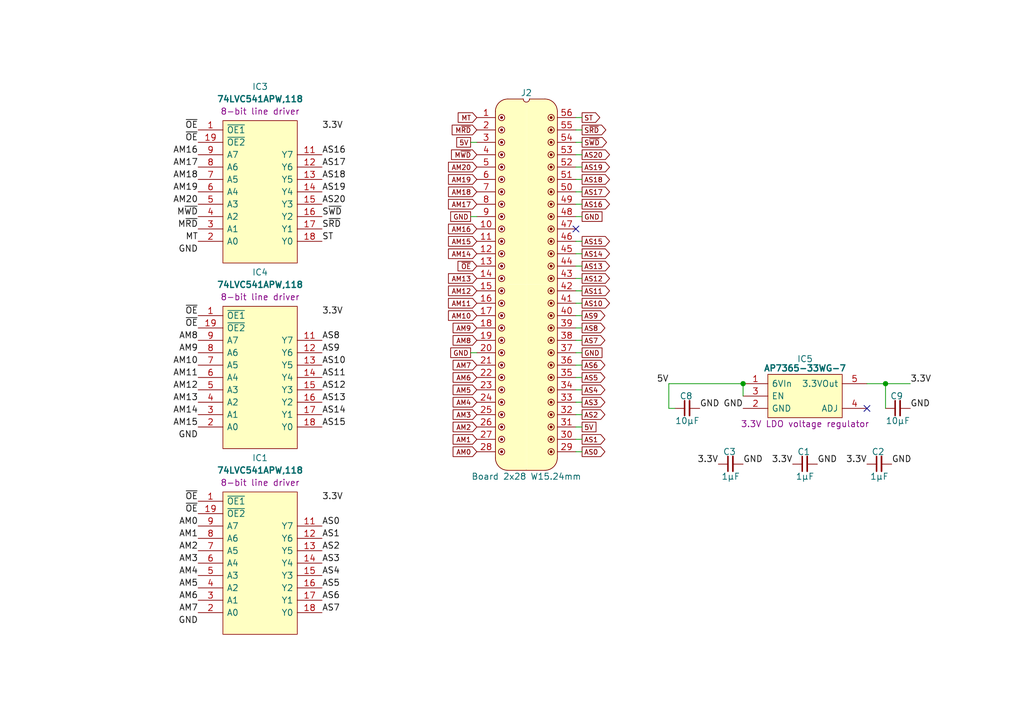
<source format=kicad_sch>
(kicad_sch (version 20250114) (generator "eeschema") (generator_version "9.0")
  (paper "A5")
  (title_block (title "Address Buffer 24bit") (date "2024-02-01") (rev "V0"))
  (lib_symbols
    (symbol "Diodes_Inc:AP7365-33WG-7" (pin_names (offset 0.762))
      (property "Reference" "IC" (at 12.7 5.08 0))
      (property "Value" "AP7365-33WG-7" (at 12.7 3.175 0))
      (property "Description" "3.3V LDO voltage regulator" (at 12.7 -8.255 0))
      (symbol "AP7365-33WG-7_0_0"
        (pin input line (at 0 -2.54 0) (length 5.08) (name "EN") (number "3"))
        (pin passive line (at 0 -5.08 0) (length 5.08) (name "GND") (number "2"))
        (pin passive line (at 25.4 -5.08 180) (length 5.08) (name "ADJ") (number "4"))
      )
      (symbol "AP7365-33WG-7_0_1"
        (polyline (pts (xy 5.08 1.905) (xy 20.32 1.905) (xy 20.32 -6.985) (xy 5.08 -6.985) (xy 5.08 1.905)) (fill (type background)))
      )
      (symbol "AP7365-33WG-7_1_0"
        (pin passive line (at 0 0 0) (length 5.08) (name "6VIn") (number "1"))
        (pin passive line (at 25.4 0 180) (length 5.08) (name "3.3VOut") (number "5"))
      )
    )
    (symbol "HCP65:Board_02x28_W15.24mm" (pin_names (offset 1.016) (hide yes))
      (property "Reference" "J" (at 0 5.08 0))
      (property "Value" "Board 2x28 W15.24mm" (at 0 -73.66 0))
      (symbol "Board_02x28_W15.24mm_0_1"
        (polyline (pts (xy -6.35 1.27) (xy -6.35 -69.85)))
        (arc (start -3.8102 -72.3898) (mid -5.6063 -71.6459) (end -6.3502 -69.8498))
        (arc (start -6.35 1.27) (mid -5.6061 3.0661) (end -3.81 3.81))
        (polyline (pts (xy -3.81 3.81) (xy -0.635 3.81)))
        (arc (start 0.635 3.81) (mid 0 3.175) (end -0.635 3.81))
        (polyline (pts (xy 0.635 3.81) (xy 3.81 3.81)))
        (polyline (pts (xy 3.8098 -72.3898) (xy -3.81 -72.39)))
        (arc (start 3.81 3.81) (mid 5.6061 3.0661) (end 6.35 1.27))
        (arc (start 6.3498 -69.8498) (mid 5.6059 -71.6459) (end 3.8098 -72.3898))
        (polyline (pts (xy 6.35 -69.85) (xy 6.35 1.27)))
      )
      (symbol "Board_02x28_W15.24mm_1_1"
        (polyline (pts (xy -6.35 1.27) (xy -6.096 2.286) (xy -5.588 3.048) (xy -4.826 3.556) (xy -4.064 3.81) (xy -0.762 3.81) (xy -0.508 3.302) (xy 0 3.048) (xy 0 -34.29) (xy -6.35 -34.29) (xy -6.35 1.27)) (stroke (width -0.0001)) (fill (type background)))
        (polyline (pts (xy -6.35 -34.29) (xy 0 -34.29) (xy 0 -72.39) (xy -3.81 -72.39) (xy -4.826 -72.136) (xy -5.588 -71.628) (xy -6.096 -70.866) (xy -6.35 -69.85) (xy -6.35 -29.21)) (stroke (width -0.0001)) (fill (type background)))
        (circle (center -5.08 0) (radius 0.0001) (stroke (width 0.3)))
        (circle (center -5.08 0) (radius 0.635) (fill (type color) (color 255 255 255 1)))
        (circle (center -5.08 -2.54) (radius 0.0001) (stroke (width 0.3)))
        (circle (center -5.08 -2.54) (radius 0.635) (fill (type color) (color 255 255 255 1)))
        (circle (center -5.08 -5.08) (radius 0.0001) (stroke (width 0.3)))
        (circle (center -5.08 -5.08) (radius 0.635) (fill (type color) (color 255 255 255 1)))
        (circle (center -5.08 -7.62) (radius 0.0001) (stroke (width 0.3)))
        (circle (center -5.08 -7.62) (radius 0.635) (fill (type color) (color 255 255 255 1)))
        (circle (center -5.08 -10.16) (radius 0.0001) (stroke (width 0.3)))
        (circle (center -5.08 -10.16) (radius 0.635) (fill (type color) (color 255 255 255 1)))
        (circle (center -5.08 -12.7) (radius 0.0001) (stroke (width 0.3)))
        (circle (center -5.08 -12.7) (radius 0.635) (fill (type color) (color 255 255 255 1)))
        (circle (center -5.08 -15.24) (radius 0.0001) (stroke (width 0.3)))
        (circle (center -5.08 -15.24) (radius 0.635) (fill (type color) (color 255 255 255 1)))
        (circle (center -5.08 -17.78) (radius 0.0001) (stroke (width 0.3)))
        (circle (center -5.08 -17.78) (radius 0.635) (fill (type color) (color 255 255 255 1)))
        (circle (center -5.08 -20.32) (radius 0.0001) (stroke (width 0.3)))
        (circle (center -5.08 -20.32) (radius 0.635) (fill (type color) (color 255 255 255 1)))
        (circle (center -5.08 -22.86) (radius 0.0001) (stroke (width 0.3)))
        (circle (center -5.08 -22.86) (radius 0.635) (fill (type color) (color 255 255 255 1)))
        (circle (center -5.08 -25.4) (radius 0.0001) (stroke (width 0.3)))
        (circle (center -5.08 -25.4) (radius 0.635) (fill (type color) (color 255 255 255 1)))
        (circle (center -5.08 -27.94) (radius 0.0001) (stroke (width 0.3)))
        (circle (center -5.08 -27.94) (radius 0.635) (fill (type color) (color 255 255 255 1)))
        (circle (center -5.08 -30.48) (radius 0.0001) (stroke (width 0.3)))
        (circle (center -5.08 -30.48) (radius 0.635) (fill (type color) (color 255 255 255 1)))
        (circle (center -5.08 -33.02) (radius 0.0001) (stroke (width 0.3)))
        (circle (center -5.08 -33.02) (radius 0.635) (fill (type color) (color 255 255 255 1)))
        (circle (center -5.08 -35.56) (radius 0.0001) (stroke (width 0.3)))
        (circle (center -5.08 -35.56) (radius 0.635) (fill (type color) (color 255 255 255 1)))
        (circle (center -5.08 -38.1) (radius 0.0001) (stroke (width 0.3)))
        (circle (center -5.08 -38.1) (radius 0.635) (fill (type color) (color 255 255 255 1)))
        (circle (center -5.08 -40.64) (radius 0.0001) (stroke (width 0.3)))
        (circle (center -5.08 -40.64) (radius 0.635) (fill (type color) (color 255 255 255 1)))
        (circle (center -5.08 -43.18) (radius 0.0001) (stroke (width 0.3)))
        (circle (center -5.08 -43.18) (radius 0.635) (fill (type color) (color 255 255 255 1)))
        (circle (center -5.08 -45.72) (radius 0.0001) (stroke (width 0.3)))
        (circle (center -5.08 -45.72) (radius 0.635) (fill (type color) (color 255 255 255 1)))
        (circle (center -5.08 -48.26) (radius 0.0001) (stroke (width 0.3)))
        (circle (center -5.08 -48.26) (radius 0.635) (fill (type color) (color 255 255 255 1)))
        (circle (center -5.08 -50.8) (radius 0.0001) (stroke (width 0.3)))
        (circle (center -5.08 -50.8) (radius 0.635) (fill (type color) (color 255 255 255 1)))
        (circle (center -5.08 -53.34) (radius 0.0001) (stroke (width 0.3)))
        (circle (center -5.08 -53.34) (radius 0.635) (fill (type color) (color 255 255 255 1)))
        (circle (center -5.08 -55.88) (radius 0.0001) (stroke (width 0.3)))
        (circle (center -5.08 -55.88) (radius 0.635) (fill (type color) (color 255 255 255 1)))
        (circle (center -5.08 -58.42) (radius 0.0001) (stroke (width 0.3)))
        (circle (center -5.08 -58.42) (radius 0.635) (fill (type color) (color 255 255 255 1)))
        (circle (center -5.08 -60.96) (radius 0.0001) (stroke (width 0.3)))
        (circle (center -5.08 -60.96) (radius 0.635) (fill (type color) (color 255 255 255 1)))
        (circle (center -5.08 -63.5) (radius 0.0001) (stroke (width 0.3)))
        (circle (center -5.08 -63.5) (radius 0.635) (fill (type color) (color 255 255 255 1)))
        (circle (center -5.08 -66.04) (radius 0.0001) (stroke (width 0.3)))
        (circle (center -5.08 -66.04) (radius 0.635) (fill (type color) (color 255 255 255 1)))
        (circle (center -5.08 -68.58) (radius 0.0001) (stroke (width 0.3)))
        (circle (center -5.08 -68.58) (radius 0.635) (fill (type color) (color 255 255 255 1)))
        (circle (center 5.08 0) (radius 0.0001) (stroke (width 0.3)))
        (circle (center 5.08 0) (radius 0.635) (fill (type color) (color 255 255 255 1)))
        (circle (center 5.08 -2.54) (radius 0.0001) (stroke (width 0.3)))
        (circle (center 5.08 -2.54) (radius 0.635) (fill (type color) (color 255 255 255 1)))
        (circle (center 5.08 -5.08) (radius 0.0001) (stroke (width 0.3)))
        (circle (center 5.08 -5.08) (radius 0.635) (fill (type color) (color 255 255 255 1)))
        (circle (center 5.08 -7.62) (radius 0.0001) (stroke (width 0.3)))
        (circle (center 5.08 -7.62) (radius 0.635) (fill (type color) (color 255 255 255 1)))
        (circle (center 5.08 -10.16) (radius 0.0001) (stroke (width 0.3)))
        (circle (center 5.08 -10.16) (radius 0.635) (fill (type color) (color 255 255 255 1)))
        (circle (center 5.08 -12.7) (radius 0.0001) (stroke (width 0.3)))
        (circle (center 5.08 -12.7) (radius 0.635) (fill (type color) (color 255 255 255 1)))
        (circle (center 5.08 -15.24) (radius 0.0001) (stroke (width 0.3)))
        (circle (center 5.08 -15.24) (radius 0.635) (fill (type color) (color 255 255 255 1)))
        (circle (center 5.08 -17.78) (radius 0.0001) (stroke (width 0.3)))
        (circle (center 5.08 -17.78) (radius 0.635) (fill (type color) (color 255 255 255 1)))
        (circle (center 5.08 -20.32) (radius 0.0001) (stroke (width 0.3)))
        (circle (center 5.08 -20.32) (radius 0.635) (fill (type color) (color 255 255 255 1)))
        (circle (center 5.08 -22.86) (radius 0.0001) (stroke (width 0.3)))
        (circle (center 5.08 -22.86) (radius 0.635) (fill (type color) (color 255 255 255 1)))
        (circle (center 5.08 -25.4) (radius 0.0001) (stroke (width 0.3)))
        (circle (center 5.08 -25.4) (radius 0.635) (fill (type color) (color 255 255 255 1)))
        (circle (center 5.08 -27.94) (radius 0.0001) (stroke (width 0.3)))
        (circle (center 5.08 -27.94) (radius 0.635) (fill (type color) (color 255 255 255 1)))
        (circle (center 5.08 -30.48) (radius 0.0001) (stroke (width 0.3)))
        (circle (center 5.08 -30.48) (radius 0.635) (fill (type color) (color 255 255 255 1)))
        (circle (center 5.08 -33.02) (radius 0.0001) (stroke (width 0.3)))
        (circle (center 5.08 -33.02) (radius 0.635) (fill (type color) (color 255 255 255 1)))
        (circle (center 5.08 -35.56) (radius 0.0001) (stroke (width 0.3)))
        (circle (center 5.08 -35.56) (radius 0.635) (fill (type color) (color 255 255 255 1)))
        (circle (center 5.08 -38.1) (radius 0.0001) (stroke (width 0.3)))
        (circle (center 5.08 -38.1) (radius 0.635) (fill (type color) (color 255 255 255 1)))
        (circle (center 5.08 -40.64) (radius 0.0001) (stroke (width 0.3)))
        (circle (center 5.08 -40.64) (radius 0.635) (fill (type color) (color 255 255 255 1)))
        (circle (center 5.08 -43.18) (radius 0.0001) (stroke (width 0.3)))
        (circle (center 5.08 -43.18) (radius 0.635) (fill (type color) (color 255 255 255 1)))
        (circle (center 5.08 -45.72) (radius 0.0001) (stroke (width 0.3)))
        (circle (center 5.08 -45.72) (radius 0.635) (fill (type color) (color 255 255 255 1)))
        (circle (center 5.08 -48.26) (radius 0.0001) (stroke (width 0.3)))
        (circle (center 5.08 -48.26) (radius 0.635) (fill (type color) (color 255 255 255 1)))
        (circle (center 5.08 -50.8) (radius 0.0001) (stroke (width 0.3)))
        (circle (center 5.08 -50.8) (radius 0.635) (fill (type color) (color 255 255 255 1)))
        (circle (center 5.08 -53.34) (radius 0.0001) (stroke (width 0.3)))
        (circle (center 5.08 -53.34) (radius 0.635) (fill (type color) (color 255 255 255 1)))
        (circle (center 5.08 -55.88) (radius 0.0001) (stroke (width 0.3)))
        (circle (center 5.08 -55.88) (radius 0.635) (fill (type color) (color 255 255 255 1)))
        (circle (center 5.08 -58.42) (radius 0.0001) (stroke (width 0.3)))
        (circle (center 5.08 -58.42) (radius 0.635) (fill (type color) (color 255 255 255 1)))
        (circle (center 5.08 -60.96) (radius 0.0001) (stroke (width 0.3)))
        (circle (center 5.08 -60.96) (radius 0.635) (fill (type color) (color 255 255 255 1)))
        (circle (center 5.08 -63.5) (radius 0.0001) (stroke (width 0.3)))
        (circle (center 5.08 -63.5) (radius 0.635) (fill (type color) (color 255 255 255 1)))
        (circle (center 5.08 -66.04) (radius 0.0001) (stroke (width 0.3)))
        (circle (center 5.08 -66.04) (radius 0.635) (fill (type color) (color 255 255 255 1)))
        (circle (center 5.08 -68.58) (radius 0.0001) (stroke (width 0.3)))
        (circle (center 5.08 -68.58) (radius 0.635) (fill (type color) (color 255 255 255 1)))
        (polyline (pts (xy 6.35 1.27) (xy 6.096 2.286) (xy 5.588 3.048) (xy 4.826 3.556) (xy 4.064 3.81) (xy 0.762 3.81) (xy 0.508 3.302) (xy 0 3.048) (xy 0 -34.29) (xy 6.35 -34.29) (xy 6.35 1.27)) (stroke (width -0.0001)) (fill (type background)))
        (polyline (pts (xy 6.35 -34.29) (xy 0 -34.29) (xy 0 -72.39) (xy 3.81 -72.39) (xy 4.826 -72.136) (xy 5.588 -71.628) (xy 6.096 -70.866) (xy 6.35 -69.85)) (stroke (width -0.0001)) (fill (type background)))
        (pin passive line (at -10.16 0 0) (length 3.81) (name "") (number "1"))
        (pin passive line (at -10.16 -2.54 0) (length 3.81) (name "") (number "2"))
        (pin passive line (at -10.16 -5.08 0) (length 3.81) (name "") (number "3"))
        (pin passive line (at -10.16 -7.62 0) (length 3.81) (name "") (number "4"))
        (pin passive line (at -10.16 -10.16 0) (length 3.81) (name "") (number "5"))
        (pin passive line (at -10.16 -12.7 0) (length 3.81) (name "") (number "6"))
        (pin passive line (at -10.16 -15.24 0) (length 3.81) (name "") (number "7"))
        (pin passive line (at -10.16 -17.78 0) (length 3.81) (name "") (number "8"))
        (pin passive line (at -10.16 -20.32 0) (length 3.81) (name "") (number "9"))
        (pin passive line (at -10.16 -22.86 0) (length 3.81) (name "") (number "10"))
        (pin passive line (at -10.16 -25.4 0) (length 3.81) (name "") (number "11"))
        (pin passive line (at -10.16 -27.94 0) (length 3.81) (name "") (number "12"))
        (pin passive line (at -10.16 -30.48 0) (length 3.81) (name "") (number "13"))
        (pin passive line (at -10.16 -33.02 0) (length 3.81) (name "") (number "14"))
        (pin passive line (at -10.16 -35.56 0) (length 3.81) (name "") (number "15"))
        (pin passive line (at -10.16 -38.1 0) (length 3.81) (name "") (number "16"))
        (pin passive line (at -10.16 -40.64 0) (length 3.81) (name "") (number "17"))
        (pin passive line (at -10.16 -43.18 0) (length 3.81) (name "") (number "18"))
        (pin passive line (at -10.16 -45.72 0) (length 3.81) (name "") (number "19"))
        (pin passive line (at -10.16 -48.26 0) (length 3.81) (name "") (number "20"))
        (pin passive line (at -10.16 -50.8 0) (length 3.81) (name "") (number "21"))
        (pin passive line (at -10.16 -53.34 0) (length 3.81) (name "") (number "22"))
        (pin passive line (at -10.16 -55.88 0) (length 3.81) (name "") (number "23"))
        (pin passive line (at -10.16 -58.42 0) (length 3.81) (name "") (number "24"))
        (pin passive line (at -10.16 -60.96 0) (length 3.81) (name "") (number "25"))
        (pin passive line (at -10.16 -63.5 0) (length 3.81) (name "") (number "26"))
        (pin passive line (at -10.16 -66.04 0) (length 3.81) (name "") (number "27"))
        (pin passive line (at -10.16 -68.58 0) (length 3.81) (name "") (number "28"))
        (pin passive line (at 10.16 0 180) (length 3.81) (name "") (number "56"))
        (pin passive line (at 10.16 -2.54 180) (length 3.81) (name "") (number "55"))
        (pin passive line (at 10.16 -5.08 180) (length 3.81) (name "") (number "54"))
        (pin passive line (at 10.16 -7.62 180) (length 3.81) (name "") (number "53"))
        (pin passive line (at 10.16 -10.16 180) (length 3.81) (name "") (number "52"))
        (pin passive line (at 10.16 -12.7 180) (length 3.81) (name "") (number "51"))
        (pin passive line (at 10.16 -15.24 180) (length 3.81) (name "") (number "50"))
        (pin passive line (at 10.16 -17.78 180) (length 3.81) (name "") (number "49"))
        (pin passive line (at 10.16 -20.32 180) (length 3.81) (name "") (number "48"))
        (pin passive line (at 10.16 -22.86 180) (length 3.81) (name "") (number "47"))
        (pin passive line (at 10.16 -25.4 180) (length 3.81) (name "") (number "46"))
        (pin passive line (at 10.16 -27.94 180) (length 3.81) (name "") (number "45"))
        (pin passive line (at 10.16 -30.48 180) (length 3.81) (name "") (number "44"))
        (pin passive line (at 10.16 -33.02 180) (length 3.81) (name "") (number "43"))
        (pin passive line (at 10.16 -35.56 180) (length 3.81) (name "") (number "42"))
        (pin passive line (at 10.16 -38.1 180) (length 3.81) (name "") (number "41"))
        (pin passive line (at 10.16 -40.64 180) (length 3.81) (name "") (number "40"))
        (pin passive line (at 10.16 -43.18 180) (length 3.81) (name "") (number "39"))
        (pin passive line (at 10.16 -45.72 180) (length 3.81) (name "") (number "38"))
        (pin passive line (at 10.16 -48.26 180) (length 3.81) (name "") (number "37"))
        (pin passive line (at 10.16 -50.8 180) (length 3.81) (name "") (number "36"))
        (pin passive line (at 10.16 -53.34 180) (length 3.81) (name "") (number "35"))
        (pin passive line (at 10.16 -55.88 180) (length 3.81) (name "") (number "34"))
        (pin passive line (at 10.16 -58.42 180) (length 3.81) (name "") (number "33"))
        (pin passive line (at 10.16 -60.96 180) (length 3.81) (name "") (number "32"))
        (pin passive line (at 10.16 -63.5 180) (length 3.81) (name "") (number "31"))
        (pin passive line (at 10.16 -66.04 180) (length 3.81) (name "") (number "30"))
        (pin passive line (at 10.16 -68.58 180) (length 3.81) (name "") (number "29"))
      )
    )
    (symbol "HCP65:C_0805" (pin_numbers (hide yes)) (pin_names (offset 0.254) (hide yes))
      (property "Reference" "C" (at 2.286 2.54 0))
      (property "Value" "?μF" (at 2.54 -2.54 0))
      (symbol "C_0805_0_1"
        (polyline (pts (xy 1.9685 -1.4605) (xy 1.9685 1.5875)) (stroke (width 0.3048)))
        (polyline (pts (xy 2.9845 -1.4605) (xy 2.9845 1.5875)) (stroke (width 0.3302)))
      )
      (symbol "C_0805_1_1"
        (pin passive line (at 0 0 0) (length 2.032) (name "~") (number "1"))
        (pin passive line (at 5.08 0 180) (length 2.032) (name "~") (number "2"))
      )
    )
    (symbol "Nexperia:74LVC541APW,118" (pin_names (offset 0.762))
      (property "Reference" "IC" (at 11.43 5.08 0))
      (property "Value" "74LVC541APW,118" (at 3.81 3.175 0))
      (property "Description" "8-bit line driver" (at 12.7 -28.575 0))
      (symbol "74LVC541APW,118_0_0"
        (pin input line (at 0 0 0) (length 5.08) (name "~{OE1}") (number "1"))
        (pin input line (at 0 -2.54 0) (length 5.08) (name "~{OE2}") (number "19"))
        (pin input line (at 0 -5.08 0) (length 5.08) (name "A7") (number "9"))
        (pin input line (at 0 -7.62 0) (length 5.08) (name "A6") (number "8"))
        (pin input line (at 0 -10.16 0) (length 5.08) (name "A5") (number "7"))
        (pin input line (at 0 -12.7 0) (length 5.08) (name "A4") (number "6"))
        (pin input line (at 0 -15.24 0) (length 5.08) (name "A3") (number "5"))
        (pin input line (at 0 -17.78 0) (length 5.08) (name "A2") (number "4"))
        (pin input line (at 0 -20.32 0) (length 5.08) (name "A1") (number "3"))
        (pin input line (at 0 -22.86 0) (length 5.08) (name "A0") (number "2"))
        (pin passive line (at 0 -25.4 0) (length 5.08) (hide yes) (name "GND") (number "10"))
        (pin passive line (at 25.4 0 180) (length 5.08) (hide yes) (name "3V") (number "20"))
        (pin tri_state line (at 25.4 -5.08 180) (length 5.08) (name "Y7") (number "11"))
        (pin tri_state line (at 25.4 -7.62 180) (length 5.08) (name "Y6") (number "12"))
        (pin tri_state line (at 25.4 -10.16 180) (length 5.08) (name "Y5") (number "13"))
        (pin tri_state line (at 25.4 -12.7 180) (length 5.08) (name "Y4") (number "14"))
        (pin tri_state line (at 25.4 -15.24 180) (length 5.08) (name "Y3") (number "15"))
        (pin tri_state line (at 25.4 -17.78 180) (length 5.08) (name "Y2") (number "16"))
        (pin tri_state line (at 25.4 -20.32 180) (length 5.08) (name "Y1") (number "17"))
        (pin tri_state line (at 25.4 -22.86 180) (length 5.08) (name "Y0") (number "18"))
      )
      (symbol "74LVC541APW,118_0_1"
        (polyline (pts (xy 5.08 1.905) (xy 20.32 1.905) (xy 20.32 -27.305) (xy 5.08 -27.305) (xy 5.08 1.905)) (stroke (width 0.1524)) (fill (type background)))
      )
    )
  )
  (junction (at 152.4 78.74))
  (junction (at 181.61 78.74))
  (no_connect (at 118.11 46.99))
  (no_connect (at 177.8 83.82))
  (wire (pts (xy 119.38 92.71) (xy 118.11 92.71)))
  (wire (pts (xy 119.38 59.69) (xy 118.11 59.69)))
  (wire (pts (xy 119.38 44.45) (xy 118.11 44.45)))
  (wire (pts (xy 119.38 74.93) (xy 118.11 74.93)))
  (wire (pts (xy 96.52 72.39) (xy 97.79 72.39)))
  (wire (pts (xy 119.38 49.53) (xy 118.11 49.53)))
  (wire (pts (xy 181.61 83.82) (xy 181.61 78.74)))
  (wire (pts (xy 119.38 64.77) (xy 118.11 64.77)))
  (wire (pts (xy 119.38 82.55) (xy 118.11 82.55)))
  (wire (pts (xy 96.52 29.21) (xy 97.79 29.21)))
  (wire (pts (xy 119.38 26.67) (xy 118.11 26.67)))
  (wire (pts (xy 137.16 78.74) (xy 152.4 78.74)))
  (wire (pts (xy 96.52 44.45) (xy 97.79 44.45)))
  (wire (pts (xy 119.38 54.61) (xy 118.11 54.61)))
  (wire (pts (xy 119.38 36.83) (xy 118.11 36.83)))
  (wire (pts (xy 119.38 31.75) (xy 118.11 31.75)))
  (wire (pts (xy 119.38 69.85) (xy 118.11 69.85)))
  (wire (pts (xy 152.4 78.74) (xy 152.4 81.28)))
  (wire (pts (xy 119.38 77.47) (xy 118.11 77.47)))
  (wire (pts (xy 119.38 85.09) (xy 118.11 85.09)))
  (wire (pts (xy 119.38 34.29) (xy 118.11 34.29)))
  (wire (pts (xy 119.38 80.01) (xy 118.11 80.01)))
  (wire (pts (xy 118.11 24.13) (xy 119.38 24.13)))
  (wire (pts (xy 119.38 57.15) (xy 118.11 57.15)))
  (wire (pts (xy 119.38 29.21) (xy 118.11 29.21)))
  (wire (pts (xy 177.8 78.74) (xy 181.61 78.74)))
  (wire (pts (xy 119.38 41.91) (xy 118.11 41.91)))
  (wire (pts (xy 119.38 90.17) (xy 118.11 90.17)))
  (wire (pts (xy 137.16 78.74) (xy 137.16 83.82)))
  (wire (pts (xy 119.38 39.37) (xy 118.11 39.37)))
  (wire (pts (xy 119.38 67.31) (xy 118.11 67.31)))
  (wire (pts (xy 119.38 72.39) (xy 118.11 72.39)))
  (wire (pts (xy 119.38 52.07) (xy 118.11 52.07)))
  (wire (pts (xy 119.38 62.23) (xy 118.11 62.23)))
  (wire (pts (xy 137.16 83.82) (xy 138.43 83.82)))
  (wire (pts (xy 181.61 78.74) (xy 186.69 78.74)))
  (wire (pts (xy 119.38 87.63) (xy 118.11 87.63)))
  (label "AM7" (at 40.64 125.73 180))
  (label "AS7" (at 66.04 125.73 0))
  (label "AS9" (at 66.04 72.39 0))
  (label "3.3V" (at 66.04 102.87 0))
  (label "AM9" (at 40.64 72.39 180))
  (label "AS1" (at 66.04 110.49 0))
  (label "~{OE}" (at 40.64 29.21 180))
  (label "AM5" (at 40.64 120.65 180))
  (label "AM15" (at 40.64 87.63 180))
  (label "AM14" (at 40.64 85.09 180))
  (label "AS0" (at 66.04 107.95 0))
  (label "AS2" (at 66.04 113.03 0))
  (label "GND" (at 186.69 83.82 0))
  (label "GND" (at 152.4 95.25 0))
  (label "AS20" (at 66.04 41.91 0))
  (label "MT" (at 40.64 49.53 180))
  (label "AS11" (at 66.04 77.47 0))
  (label "AM13" (at 40.64 82.55 180))
  (label "AM4" (at 40.64 118.11 180))
  (label "AM3" (at 40.64 115.57 180))
  (label "AM18" (at 40.64 36.83 180))
  (label "S~{RD}" (at 66.04 46.99 0))
  (label "GND" (at 143.51 83.82 0))
  (label "5V" (at 137.16 78.74 180))
  (label "AS12" (at 66.04 80.01 0))
  (label "AS18" (at 66.04 36.83 0))
  (label "AM2" (at 40.64 113.03 180))
  (label "AM11" (at 40.64 77.47 180))
  (label "ST" (at 66.04 49.53 0))
  (label "GND" (at 152.4 83.82 180))
  (label "AM10" (at 40.64 74.93 180))
  (label "~{OE}" (at 40.64 102.87 180))
  (label "AM6" (at 40.64 123.19 180))
  (label "AM1" (at 40.64 110.49 180))
  (label "AS8" (at 66.04 69.85 0))
  (label "3.3V" (at 66.04 64.77 0))
  (label "AS13" (at 66.04 82.55 0))
  (label "AS10" (at 66.04 74.93 0))
  (label "AM20" (at 40.64 41.91 180))
  (label "AS6" (at 66.04 123.19 0))
  (label "AS19" (at 66.04 39.37 0))
  (label "~{OE}" (at 40.64 67.31 180))
  (label "3.3V" (at 147.32 95.25 180))
  (label "GND" (at 40.64 52.07 180))
  (label "3.3V" (at 162.56 95.25 180))
  (label "AM0" (at 40.64 107.95 180))
  (label "M~{RD}" (at 40.64 46.99 180))
  (label "GND" (at 167.64 95.25 0))
  (label "3.3V" (at 186.69 78.74 0))
  (label "~{OE}" (at 40.64 105.41 180))
  (label "AS4" (at 66.04 118.11 0))
  (label "AS14" (at 66.04 85.09 0))
  (label "AS15" (at 66.04 87.63 0))
  (label "AM19" (at 40.64 39.37 180))
  (label "AM16" (at 40.64 31.75 180))
  (label "GND" (at 182.88 95.25 0))
  (label "AM12" (at 40.64 80.01 180))
  (label "S~{WD}" (at 66.04 44.45 0))
  (label "~{OE}" (at 40.64 26.67 180))
  (label "AS17" (at 66.04 34.29 0))
  (label "GND" (at 40.64 90.17 180))
  (label "3.3V" (at 66.04 26.67 0))
  (label "AS5" (at 66.04 120.65 0))
  (label "AM8" (at 40.64 69.85 180))
  (label "GND" (at 40.64 128.27 180))
  (label "~{OE}" (at 40.64 64.77 180))
  (label "AS16" (at 66.04 31.75 0))
  (label "AS3" (at 66.04 115.57 0))
  (label "AM17" (at 40.64 34.29 180))
  (label "M~{WD}" (at 40.64 44.45 180))
  (label "3.3V" (at 177.8 95.25 180))
  (global_label "AS3" (shape output) (at 119.38 82.55 0) (effects (font (size 1 1))) (property "Intersheetrefs" "${INTERSHEET_REFS}" (effects (hide yes))))
  (global_label "AS11" (shape output) (at 119.38 59.69 0) (effects (font (size 1 1))) (property "Intersheetrefs" "${INTERSHEET_REFS}" (effects (hide yes))))
  (global_label "AS18" (shape output) (at 119.38 36.83 0) (effects (font (size 1 1))) (property "Intersheetrefs" "${INTERSHEET_REFS}" (effects (hide yes))))
  (global_label "GND" (shape passive) (at 96.52 72.39 180) (effects (font (size 1 1))) (property "Intersheetrefs" "${INTERSHEET_REFS}" (effects (hide yes))))
  (global_label "AM15" (shape input) (at 97.79 49.53 180) (effects (font (size 1 1))) (property "Intersheetrefs" "${INTERSHEET_REFS}" (effects (hide yes))))
  (global_label "AS14" (shape output) (at 119.38 52.07 0) (effects (font (size 1 1))) (property "Intersheetrefs" "${INTERSHEET_REFS}" (effects (hide yes))))
  (global_label "AM10" (shape input) (at 97.79 64.77 180) (effects (font (size 1 1))) (property "Intersheetrefs" "${INTERSHEET_REFS}" (effects (hide yes))))
  (global_label "AS1" (shape output) (at 119.38 90.17 0) (effects (font (size 1 1))) (property "Intersheetrefs" "${INTERSHEET_REFS}" (effects (hide yes))))
  (global_label "AS16" (shape output) (at 119.38 41.91 0) (effects (font (size 1 1))) (property "Intersheetrefs" "${INTERSHEET_REFS}" (effects (hide yes))))
  (global_label "AS5" (shape output) (at 119.38 77.47 0) (effects (font (size 1 1))) (property "Intersheetrefs" "${INTERSHEET_REFS}" (effects (hide yes))))
  (global_label "AS7" (shape output) (at 119.38 69.85 0) (effects (font (size 1 1))) (property "Intersheetrefs" "${INTERSHEET_REFS}" (effects (hide yes))))
  (global_label "AM8" (shape input) (at 97.79 69.85 180) (effects (font (size 1 1))) (property "Intersheetrefs" "${INTERSHEET_REFS}" (effects (hide yes))))
  (global_label "AS8" (shape output) (at 119.38 67.31 0) (effects (font (size 1 1))) (property "Intersheetrefs" "${INTERSHEET_REFS}" (effects (hide yes))))
  (global_label "AS4" (shape output) (at 119.38 80.01 0) (effects (font (size 1 1))) (property "Intersheetrefs" "${INTERSHEET_REFS}" (effects (hide yes))))
  (global_label "AM14" (shape input) (at 97.79 52.07 180) (effects (font (size 1 1))) (property "Intersheetrefs" "${INTERSHEET_REFS}" (effects (hide yes))))
  (global_label "GND" (shape passive) (at 119.38 72.39 0) (effects (font (size 1 1))) (property "Intersheetrefs" "${INTERSHEET_REFS}" (effects (hide yes))))
  (global_label "AM12" (shape input) (at 97.79 59.69 180) (effects (font (size 1 1))) (property "Intersheetrefs" "${INTERSHEET_REFS}" (effects (hide yes))))
  (global_label "AS10" (shape output) (at 119.38 62.23 0) (effects (font (size 1 1))) (property "Intersheetrefs" "${INTERSHEET_REFS}" (effects (hide yes))))
  (global_label "AM11" (shape input) (at 97.79 62.23 180) (effects (font (size 1 1))) (property "Intersheetrefs" "${INTERSHEET_REFS}" (effects (hide yes))))
  (global_label "ST" (shape output) (at 119.38 24.13 0) (effects (font (size 1 1))) (property "Intersheetrefs" "${INTERSHEET_REFS}" (effects (hide yes))))
  (global_label "~{OE}" (shape input) (at 97.79 54.61 180) (effects (font (size 1 1))) (property "Intersheetrefs" "${INTERSHEET_REFS}" (effects (hide yes))))
  (global_label "AM2" (shape input) (at 97.79 87.63 180) (effects (font (size 1 1))) (property "Intersheetrefs" "${INTERSHEET_REFS}" (effects (hide yes))))
  (global_label "M~{RD}" (shape input) (at 97.79 26.67 180) (effects (font (size 1 1))) (property "Intersheetrefs" "${INTERSHEET_REFS}" (effects (hide yes))))
  (global_label "AM6" (shape input) (at 97.79 77.47 180) (effects (font (size 1 1))) (property "Intersheetrefs" "${INTERSHEET_REFS}" (effects (hide yes))))
  (global_label "MT" (shape input) (at 97.79 24.13 180) (effects (font (size 1 1))) (property "Intersheetrefs" "${INTERSHEET_REFS}" (effects (hide yes))))
  (global_label "GND" (shape passive) (at 96.52 44.45 180) (effects (font (size 1 1))) (property "Intersheetrefs" "${INTERSHEET_REFS}" (effects (hide yes))))
  (global_label "AM16" (shape input) (at 97.79 46.99 180) (effects (font (size 1 1))) (property "Intersheetrefs" "${INTERSHEET_REFS}" (effects (hide yes))))
  (global_label "AM19" (shape input) (at 97.79 36.83 180) (effects (font (size 1 1))) (property "Intersheetrefs" "${INTERSHEET_REFS}" (effects (hide yes))))
  (global_label "M~{WD}" (shape input) (at 97.79 31.75 180) (effects (font (size 1 1))) (property "Intersheetrefs" "${INTERSHEET_REFS}" (effects (hide yes))))
  (global_label "AM3" (shape input) (at 97.79 85.09 180) (effects (font (size 1 1))) (property "Intersheetrefs" "${INTERSHEET_REFS}" (effects (hide yes))))
  (global_label "AS17" (shape output) (at 119.38 39.37 0) (effects (font (size 1 1))) (property "Intersheetrefs" "${INTERSHEET_REFS}" (effects (hide yes))))
  (global_label "AM0" (shape input) (at 97.79 92.71 180) (effects (font (size 1 1))) (property "Intersheetrefs" "${INTERSHEET_REFS}" (effects (hide yes))))
  (global_label "AS13" (shape output) (at 119.38 54.61 0) (effects (font (size 1 1))) (property "Intersheetrefs" "${INTERSHEET_REFS}" (effects (hide yes))))
  (global_label "AM1" (shape input) (at 97.79 90.17 180) (effects (font (size 1 1))) (property "Intersheetrefs" "${INTERSHEET_REFS}" (effects (hide yes))))
  (global_label "AS12" (shape output) (at 119.38 57.15 0) (effects (font (size 1 1))) (property "Intersheetrefs" "${INTERSHEET_REFS}" (effects (hide yes))))
  (global_label "GND" (shape passive) (at 119.38 44.45 0) (effects (font (size 1 1))) (property "Intersheetrefs" "${INTERSHEET_REFS}" (effects (hide yes))))
  (global_label "AS15" (shape output) (at 119.38 49.53 0) (effects (font (size 1 1))) (property "Intersheetrefs" "${INTERSHEET_REFS}" (effects (hide yes))))
  (global_label "S~{WD}" (shape output) (at 119.38 29.21 0) (effects (font (size 1 1))) (property "Intersheetrefs" "${INTERSHEET_REFS}" (effects (hide yes))))
  (global_label "AS0" (shape output) (at 119.38 92.71 0) (effects (font (size 1 1))) (property "Intersheetrefs" "${INTERSHEET_REFS}" (effects (hide yes))))
  (global_label "AM20" (shape input) (at 97.79 34.29 180) (effects (font (size 1 1))) (property "Intersheetrefs" "${INTERSHEET_REFS}" (effects (hide yes))))
  (global_label "AM5" (shape input) (at 97.79 80.01 180) (effects (font (size 1 1))) (property "Intersheetrefs" "${INTERSHEET_REFS}" (effects (hide yes))))
  (global_label "AM18" (shape input) (at 97.79 39.37 180) (effects (font (size 1 1))) (property "Intersheetrefs" "${INTERSHEET_REFS}" (effects (hide yes))))
  (global_label "AS19" (shape output) (at 119.38 34.29 0) (effects (font (size 1 1))) (property "Intersheetrefs" "${INTERSHEET_REFS}" (effects (hide yes))))
  (global_label "AM13" (shape input) (at 97.79 57.15 180) (effects (font (size 1 1))) (property "Intersheetrefs" "${INTERSHEET_REFS}" (effects (hide yes))))
  (global_label "5V" (shape passive) (at 96.52 29.21 180) (effects (font (size 1 1))) (property "Intersheetrefs" "${INTERSHEET_REFS}" (effects (hide yes))))
  (global_label "AS2" (shape output) (at 119.38 85.09 0) (effects (font (size 1 1))) (property "Intersheetrefs" "${INTERSHEET_REFS}" (effects (hide yes))))
  (global_label "AM9" (shape input) (at 97.79 67.31 180) (effects (font (size 1 1))) (property "Intersheetrefs" "${INTERSHEET_REFS}" (effects (hide yes))))
  (global_label "AM4" (shape input) (at 97.79 82.55 180) (effects (font (size 1 1))) (property "Intersheetrefs" "${INTERSHEET_REFS}" (effects (hide yes))))
  (global_label "AS20" (shape output) (at 119.38 31.75 0) (effects (font (size 1 1))) (property "Intersheetrefs" "${INTERSHEET_REFS}" (effects (hide yes))))
  (global_label "AM17" (shape input) (at 97.79 41.91 180) (effects (font (size 1 1))) (property "Intersheetrefs" "${INTERSHEET_REFS}" (effects (hide yes))))
  (global_label "AS6" (shape output) (at 119.38 74.93 0) (effects (font (size 1 1))) (property "Intersheetrefs" "${INTERSHEET_REFS}" (effects (hide yes))))
  (global_label "AS9" (shape output) (at 119.38 64.77 0) (effects (font (size 1 1))) (property "Intersheetrefs" "${INTERSHEET_REFS}" (effects (hide yes))))
  (global_label "5V" (shape passive) (at 119.38 87.63 0) (effects (font (size 1 1))) (property "Intersheetrefs" "${INTERSHEET_REFS}" (effects (hide yes))))
  (global_label "S~{RD}" (shape output) (at 119.38 26.67 0) (effects (font (size 1 1))) (property "Intersheetrefs" "${INTERSHEET_REFS}" (effects (hide yes))))
  (global_label "AM7" (shape input) (at 97.79 74.93 180) (effects (font (size 1 1))) (property "Intersheetrefs" "${INTERSHEET_REFS}" (effects (hide yes))))
  (symbol (lib_id "HCP65:C_0805") (at 147.32 95.25 0) (unit 1)
    (property "Reference" "C3" (at 149.606 92.71 0))
    (property "Value" "1μF" (at 149.86 97.79 0))
    (property "Footprint" "SamacSys_Parts:C_0805" (effects (hide yes)))
  )
  (symbol (lib_id "Nexperia:74LVC541APW,118") (at 40.64 64.77 0) (unit 1)
    (property "Reference" "IC4" (at 53.34 55.88 0))
    (property "Value" "74LVC541APW,118" (at 53.34 58.42 0) (effects (font (bold yes))))
    (property "Footprint" "SamacSys_Parts:SOP65P640X110-20N" (effects (hide yes)))
    (property "Datasheet" "https://assets.nexperia.com/documents/data-sheet/74LVC541A.pdf" (effects (hide yes)))
    (property "Description" "8-bit line driver" (at 53.34 60.96 0))
    (property "Height" "1.1" (effects (hide yes)))
    (property "Mouser Part Number" "771-74LVC541APW-T" (effects (hide yes)))
    (property "Mouser Price/Stock" "https://www.mouser.co.uk/ProductDetail/Nexperia/74LVC541APW118?qs=me8TqzrmIYXvoPByM7nnJQ%3D%3D" (effects (hide yes)))
    (property "Manufacturer_Name" "Nexperia" (effects (hide yes)))
    (property "Manufacturer_Part_Number" "74LVC541APW,118" (effects (hide yes)))
    (property "Silkscreen" "74LVC541" (effects (hide yes)))
    (property "Garbage" "74LVC541A - Octal buffer/line driver with 5 V tolerant inputs/outputs; 3-state@en-us" (effects (hide yes)))
  )
  (symbol (lib_id "HCP65:C_0805") (at 162.56 95.25 0) (unit 1)
    (property "Reference" "C1" (at 164.846 92.71 0))
    (property "Value" "1μF" (at 165.1 97.79 0))
    (property "Footprint" "SamacSys_Parts:C_0805" (effects (hide yes)))
  )
  (symbol (lib_id "HCP65:C_0805") (at 138.43 83.82 0) (unit 1)
    (property "Reference" "C8" (at 140.716 81.28 0))
    (property "Value" "10µF" (at 138.43 86.36 0) (effects (justify left)))
    (property "Footprint" "SamacSys_Parts:C_0805" (effects (hide yes)))
  )
  (symbol (lib_id "Diodes_Inc:AP7365-33WG-7") (at 152.4 78.74 0) (unit 1)
    (property "Reference" "IC5" (at 165.1 73.66 0))
    (property "Value" "AP7365-33WG-7" (at 165.1 75.565 0) (effects (font (bold yes))))
    (property "Footprint" "SamacSys_Parts:SOT95P285X130-5N" (effects (hide yes)))
    (property "Datasheet" "https://componentsearchengine.com/Datasheets/1/AP7365-33WG-7.pdf" (effects (hide yes)))
    (property "Description" "3.3V LDO voltage regulator" (at 165.1 86.995 0))
    (property "Height" "1.3" (effects (hide yes)))
    (property "Manufacturer_Name" "Diodes Inc." (effects (hide yes)))
    (property "Manufacturer_Part_Number" "AP7365-33WG-7" (effects (hide yes)))
    (property "Mouser Part Number" "621-AP7365-33WG-7" (effects (hide yes)))
    (property "Mouser Price/Stock" "https://www.mouser.co.uk/ProductDetail/Diodes-Incorporated/AP7365-33WG-7?qs=abZ1nkZpTuOZFvxvoFPL0w%3D%3D" (effects (hide yes)))
    (property "Arrow Part Number" "AP7365-33WG-7" (effects (hide yes)))
    (property "Arrow Price/Stock" "https://www.arrow.com/en/products/ap7365-33wg-7/diodes-incorporated?region=nac" (effects (hide yes)))
    (property "Silkscreen" "AP7365" (effects (hide yes)))
  )
  (symbol (lib_id "HCP65:C_0805") (at 177.8 95.25 0) (unit 1)
    (property "Reference" "C2" (at 180.086 92.71 0))
    (property "Value" "1μF" (at 180.34 97.79 0))
    (property "Footprint" "SamacSys_Parts:C_0805" (effects (hide yes)))
  )
  (symbol (lib_id "HCP65:C_0805") (at 181.61 83.82 0) (unit 1)
    (property "Reference" "C9" (at 183.896 81.28 0))
    (property "Value" "10µF" (at 181.61 86.36 0) (effects (justify left)))
    (property "Footprint" "SamacSys_Parts:C_0805" (effects (hide yes)))
  )
  (symbol (lib_id "HCP65:Board_02x28_W15.24mm") (at 107.95 24.13 0) (unit 1)
    (property "Reference" "J2" (at 107.95 19.05 0))
    (property "Value" "Board 2x28 W15.24mm" (at 107.95 97.79 0))
    (property "Footprint" "SamacSys_Parts:DIP-56_Board_W15.24mm" (effects (hide yes)))
  )
  (symbol (lib_id "Nexperia:74LVC541APW,118") (at 40.64 26.67 0) (unit 1)
    (property "Reference" "IC3" (at 53.34 17.78 0))
    (property "Value" "74LVC541APW,118" (at 53.34 20.32 0) (effects (font (bold yes))))
    (property "Footprint" "SamacSys_Parts:SOP65P640X110-20N" (effects (hide yes)))
    (property "Datasheet" "https://assets.nexperia.com/documents/data-sheet/74LVC541A.pdf" (effects (hide yes)))
    (property "Description" "8-bit line driver" (at 53.34 22.86 0))
    (property "Height" "1.1" (effects (hide yes)))
    (property "Mouser Part Number" "771-74LVC541APW-T" (effects (hide yes)))
    (property "Mouser Price/Stock" "https://www.mouser.co.uk/ProductDetail/Nexperia/74LVC541APW118?qs=me8TqzrmIYXvoPByM7nnJQ%3D%3D" (effects (hide yes)))
    (property "Manufacturer_Name" "Nexperia" (effects (hide yes)))
    (property "Manufacturer_Part_Number" "74LVC541APW,118" (effects (hide yes)))
    (property "Silkscreen" "74LVC541" (effects (hide yes)))
    (property "Garbage" "74LVC541A - Octal buffer/line driver with 5 V tolerant inputs/outputs; 3-state@en-us" (effects (hide yes)))
  )
  (symbol (lib_id "Nexperia:74LVC541APW,118") (at 40.64 102.87 0) (unit 1)
    (property "Reference" "IC1" (at 53.34 93.98 0))
    (property "Value" "74LVC541APW,118" (at 53.34 96.52 0) (effects (font (bold yes))))
    (property "Footprint" "SamacSys_Parts:SOP65P640X110-20N" (effects (hide yes)))
    (property "Datasheet" "https://assets.nexperia.com/documents/data-sheet/74LVC541A.pdf" (effects (hide yes)))
    (property "Description" "8-bit line driver" (at 53.34 99.06 0))
    (property "Height" "1.1" (effects (hide yes)))
    (property "Mouser Part Number" "771-74LVC541APW-T" (effects (hide yes)))
    (property "Mouser Price/Stock" "https://www.mouser.co.uk/ProductDetail/Nexperia/74LVC541APW118?qs=me8TqzrmIYXvoPByM7nnJQ%3D%3D" (effects (hide yes)))
    (property "Manufacturer_Name" "Nexperia" (effects (hide yes)))
    (property "Manufacturer_Part_Number" "74LVC541APW,118" (effects (hide yes)))
    (property "Silkscreen" "74LVC541" (effects (hide yes)))
    (property "Garbage" "74LVC541A - Octal buffer/line driver with 5 V tolerant inputs/outputs; 3-state@en-us" (effects (hide yes)))
  )
)
</source>
